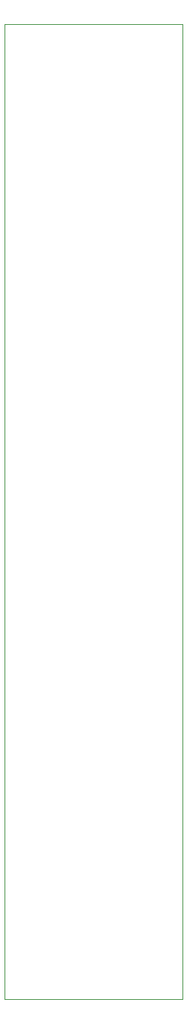
<source format=gm1>
G04 #@! TF.GenerationSoftware,KiCad,Pcbnew,7.0.7-7.0.7~ubuntu22.04.1*
G04 #@! TF.CreationDate,2024-01-01T18:28:32+01:00*
G04 #@! TF.ProjectId,Basic-ADSR,42617369-632d-4414-9453-522e6b696361,rev?*
G04 #@! TF.SameCoordinates,Original*
G04 #@! TF.FileFunction,Profile,NP*
%FSLAX46Y46*%
G04 Gerber Fmt 4.6, Leading zero omitted, Abs format (unit mm)*
G04 Created by KiCad (PCBNEW 7.0.7-7.0.7~ubuntu22.04.1) date 2024-01-01 18:28:32*
%MOMM*%
%LPD*%
G01*
G04 APERTURE LIST*
G04 #@! TA.AperFunction,Profile*
%ADD10C,0.050000*%
G04 #@! TD*
G04 APERTURE END LIST*
D10*
X64000000Y-34000000D02*
X84000000Y-34000000D01*
X84000000Y-34000000D02*
X84000000Y-143500000D01*
X64000000Y-143500000D02*
X84000000Y-143500000D01*
X64000000Y-34000000D02*
X64000000Y-143500000D01*
M02*

</source>
